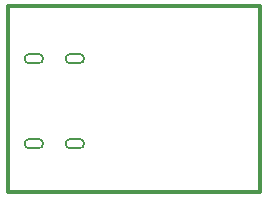
<source format=gbr>
G04 #@! TF.GenerationSoftware,KiCad,Pcbnew,5.1.4+dfsg1-1*
G04 #@! TF.CreationDate,2019-12-13T05:22:49-08:00*
G04 #@! TF.ProjectId,pmod-ftdi,706d6f64-2d66-4746-9469-2e6b69636164,rev?*
G04 #@! TF.SameCoordinates,PX5b906e0PY4a1f960*
G04 #@! TF.FileFunction,Profile,NP*
%FSLAX46Y46*%
G04 Gerber Fmt 4.6, Leading zero omitted, Abs format (unit mm)*
G04 Created by KiCad (PCBNEW 5.1.4+dfsg1-1) date 2019-12-13 05:22:49*
%MOMM*%
%LPD*%
G04 APERTURE LIST*
%ADD10C,0.300000*%
%ADD11C,0.200000*%
G04 APERTURE END LIST*
D10*
X0Y-15748000D02*
X0Y0D01*
X21336000Y-15748000D02*
X0Y-15748000D01*
X21336000Y0D02*
X21336000Y-15748000D01*
X0Y0D02*
X21336000Y0D01*
D11*
X2558000Y-12016000D02*
X1798000Y-12016000D01*
X6028000Y-11216000D02*
G75*
G02X6028000Y-12016000I0J-400000D01*
G01*
X6028000Y-12016000D02*
X5268000Y-12016000D01*
X6028000Y-11216000D02*
X5268000Y-11216000D01*
X5268000Y-11216000D02*
G75*
G03X5268000Y-12016000I0J-400000D01*
G01*
X2558000Y-11216000D02*
G75*
G02X2558000Y-12016000I0J-400000D01*
G01*
X1798000Y-11216000D02*
G75*
G03X1798000Y-12016000I0J-400000D01*
G01*
X2558000Y-11216000D02*
X1798000Y-11216000D01*
X2558000Y-4016000D02*
G75*
G02X2558000Y-4816000I0J-400000D01*
G01*
X2558000Y-4816000D02*
X1798000Y-4816000D01*
X2558000Y-4016000D02*
X1798000Y-4016000D01*
X1798000Y-4016000D02*
G75*
G03X1798000Y-4816000I0J-400000D01*
G01*
X6028000Y-4016000D02*
X5268000Y-4016000D01*
X6028000Y-4816000D02*
X5268000Y-4816000D01*
X5268000Y-4016000D02*
G75*
G03X5268000Y-4816000I0J-400000D01*
G01*
X6028000Y-4016000D02*
G75*
G02X6028000Y-4816000I0J-400000D01*
G01*
M02*

</source>
